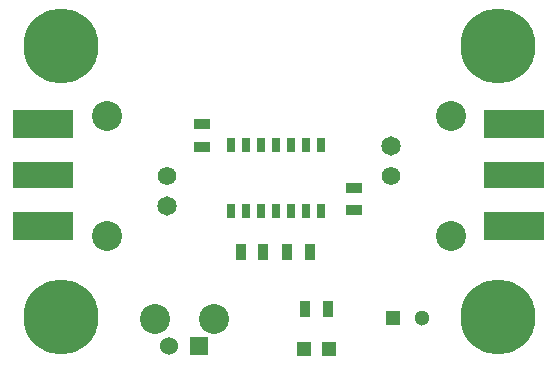
<source format=gts>
G04 #@! TF.FileFunction,Soldermask,Top*
%FSLAX46Y46*%
G04 Gerber Fmt 4.6, Leading zero omitted, Abs format (unit mm)*
G04 Created by KiCad (PCBNEW (after 2015-mar-04 BZR unknown)-product) date 2/18/2016 12:28:49 PM*
%MOMM*%
G01*
G04 APERTURE LIST*
%ADD10C,0.150000*%
%ADD11R,0.889000X1.397000*%
%ADD12R,1.397000X0.889000*%
%ADD13C,2.540000*%
%ADD14R,0.635000X1.270000*%
%ADD15C,6.350000*%
%ADD16R,5.080000X2.286000*%
%ADD17R,5.080000X2.413000*%
%ADD18C,1.574800*%
%ADD19C,1.651000*%
%ADD20R,1.198880X1.198880*%
%ADD21R,1.524000X1.524000*%
%ADD22C,1.524000*%
%ADD23R,1.300000X1.300000*%
%ADD24C,1.300000*%
G04 APERTURE END LIST*
D10*
D11*
X23177500Y-21463000D03*
X25082500Y-21463000D03*
X21145500Y-21463000D03*
X19240500Y-21463000D03*
D12*
X16000000Y-12582500D03*
X16000000Y-10677500D03*
D13*
X17018000Y-27178000D03*
X12018000Y-27178000D03*
D14*
X18415000Y-18034000D03*
X19685000Y-18034000D03*
X20955000Y-18034000D03*
X22225000Y-18034000D03*
X23495000Y-18034000D03*
X24765000Y-18034000D03*
X26035000Y-18034000D03*
X26035000Y-12446000D03*
X24765000Y-12446000D03*
X23495000Y-12446000D03*
X22225000Y-12446000D03*
X20955000Y-12446000D03*
X19685000Y-12446000D03*
X18415000Y-12446000D03*
D15*
X4000000Y-27030000D03*
X41000000Y-4030000D03*
X4000000Y-4030000D03*
D16*
X2540000Y-14986000D03*
D17*
X2540000Y-10668000D03*
X2540000Y-19304000D03*
D18*
X13000000Y-15030000D03*
D19*
X13000000Y-17570000D03*
D13*
X7920000Y-20110000D03*
X7920000Y-9950000D03*
D16*
X42418000Y-14986000D03*
D17*
X42418000Y-10668000D03*
X42418000Y-19304000D03*
D15*
X41000000Y-27030000D03*
D18*
X32000000Y-15030000D03*
D19*
X32000000Y-12490000D03*
D13*
X37080000Y-9950000D03*
X37080000Y-20110000D03*
D12*
X28829000Y-16065500D03*
X28829000Y-17970500D03*
D11*
X24701500Y-26289000D03*
X26606500Y-26289000D03*
D20*
X26703020Y-29718000D03*
X24604980Y-29718000D03*
D21*
X15748000Y-29464000D03*
D22*
X13208000Y-29464000D03*
D23*
X32131000Y-27051000D03*
D24*
X34631000Y-27051000D03*
M02*

</source>
